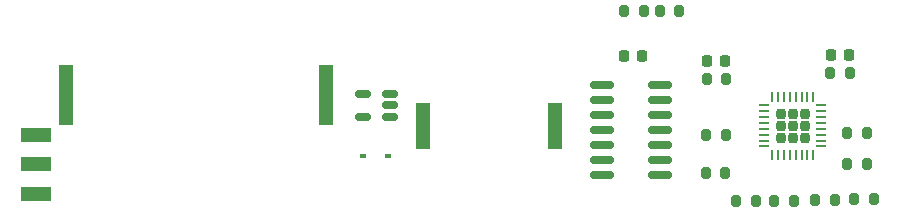
<source format=gbr>
%TF.GenerationSoftware,KiCad,Pcbnew,(5.99.0-10155-gdd944794ea)*%
%TF.CreationDate,2021-04-17T22:56:48+01:00*%
%TF.ProjectId,minor-cap,6d696e6f-722d-4636-9170-2e6b69636164,rev?*%
%TF.SameCoordinates,Original*%
%TF.FileFunction,Paste,Top*%
%TF.FilePolarity,Positive*%
%FSLAX46Y46*%
G04 Gerber Fmt 4.6, Leading zero omitted, Abs format (unit mm)*
G04 Created by KiCad (PCBNEW (5.99.0-10155-gdd944794ea)) date 2021-04-17 22:56:48*
%MOMM*%
%LPD*%
G01*
G04 APERTURE LIST*
G04 Aperture macros list*
%AMRoundRect*
0 Rectangle with rounded corners*
0 $1 Rounding radius*
0 $2 $3 $4 $5 $6 $7 $8 $9 X,Y pos of 4 corners*
0 Add a 4 corners polygon primitive as box body*
4,1,4,$2,$3,$4,$5,$6,$7,$8,$9,$2,$3,0*
0 Add four circle primitives for the rounded corners*
1,1,$1+$1,$2,$3*
1,1,$1+$1,$4,$5*
1,1,$1+$1,$6,$7*
1,1,$1+$1,$8,$9*
0 Add four rect primitives between the rounded corners*
20,1,$1+$1,$2,$3,$4,$5,0*
20,1,$1+$1,$4,$5,$6,$7,0*
20,1,$1+$1,$6,$7,$8,$9,0*
20,1,$1+$1,$8,$9,$2,$3,0*%
G04 Aperture macros list end*
%ADD10R,0.600000X0.450000*%
%ADD11RoundRect,0.200000X-0.200000X-0.275000X0.200000X-0.275000X0.200000X0.275000X-0.200000X0.275000X0*%
%ADD12RoundRect,0.200000X0.200000X0.275000X-0.200000X0.275000X-0.200000X-0.275000X0.200000X-0.275000X0*%
%ADD13RoundRect,0.225000X-0.225000X-0.250000X0.225000X-0.250000X0.225000X0.250000X-0.225000X0.250000X0*%
%ADD14R,1.200000X4.000000*%
%ADD15RoundRect,0.150000X0.512500X0.150000X-0.512500X0.150000X-0.512500X-0.150000X0.512500X-0.150000X0*%
%ADD16RoundRect,0.150000X-0.825000X-0.150000X0.825000X-0.150000X0.825000X0.150000X-0.825000X0.150000X0*%
%ADD17RoundRect,0.207500X-0.207500X-0.207500X0.207500X-0.207500X0.207500X0.207500X-0.207500X0.207500X0*%
%ADD18RoundRect,0.062500X-0.062500X-0.375000X0.062500X-0.375000X0.062500X0.375000X-0.062500X0.375000X0*%
%ADD19RoundRect,0.062500X-0.375000X-0.062500X0.375000X-0.062500X0.375000X0.062500X-0.375000X0.062500X0*%
%ADD20R,2.500000X1.250000*%
%ADD21R,1.270000X5.080000*%
G04 APERTURE END LIST*
D10*
%TO.C,D1*%
X137800000Y-101850000D03*
X139900000Y-101850000D03*
%TD*%
D11*
%TO.C,R12*%
X180425000Y-99930000D03*
X178775000Y-99930000D03*
%TD*%
%TO.C,R11*%
X177725000Y-105580000D03*
X176075000Y-105580000D03*
%TD*%
D12*
%TO.C,R10*%
X159875000Y-89600000D03*
X161525000Y-89600000D03*
%TD*%
%TO.C,R9*%
X162875000Y-89600000D03*
X164525000Y-89600000D03*
%TD*%
D11*
%TO.C,R8*%
X180425000Y-102530000D03*
X178775000Y-102530000D03*
%TD*%
%TO.C,R7*%
X181025000Y-105530000D03*
X179375000Y-105530000D03*
%TD*%
%TO.C,R6*%
X171025000Y-105730000D03*
X169375000Y-105730000D03*
%TD*%
%TO.C,R5*%
X174225000Y-105730000D03*
X172575000Y-105730000D03*
%TD*%
%TO.C,R4*%
X178975000Y-94860000D03*
X177325000Y-94860000D03*
%TD*%
%TO.C,R3*%
X168505000Y-95370000D03*
X166855000Y-95370000D03*
%TD*%
D12*
%TO.C,R2*%
X166775000Y-103330000D03*
X168425000Y-103330000D03*
%TD*%
D11*
%TO.C,R1*%
X168475000Y-100080000D03*
X166825000Y-100080000D03*
%TD*%
D13*
%TO.C,C3*%
X161425000Y-93450000D03*
X159875000Y-93450000D03*
%TD*%
%TO.C,C2*%
X178925000Y-93330000D03*
X177375000Y-93330000D03*
%TD*%
%TO.C,C1*%
X168405000Y-93870000D03*
X166855000Y-93870000D03*
%TD*%
D14*
%TO.C,BZ1*%
X154050000Y-99350000D03*
X142850000Y-99350000D03*
%TD*%
D15*
%TO.C,U6*%
X137762500Y-98550000D03*
X137762500Y-96650000D03*
X140037500Y-96650000D03*
X140037500Y-97600000D03*
X140037500Y-98550000D03*
%TD*%
D16*
%TO.C,U4*%
X162925000Y-95840000D03*
X162925000Y-97110000D03*
X162925000Y-98380000D03*
X162925000Y-99650000D03*
X162925000Y-100920000D03*
X162925000Y-102190000D03*
X162925000Y-103460000D03*
X157975000Y-103460000D03*
X157975000Y-102190000D03*
X157975000Y-100920000D03*
X157975000Y-99650000D03*
X157975000Y-98380000D03*
X157975000Y-97110000D03*
X157975000Y-95840000D03*
%TD*%
D17*
%TO.C,U1*%
X175180000Y-100360000D03*
X175180000Y-99330000D03*
X175180000Y-98300000D03*
X174150000Y-100360000D03*
X174150000Y-99330000D03*
X174150000Y-98300000D03*
X173120000Y-100360000D03*
X173120000Y-99330000D03*
X173120000Y-98300000D03*
D18*
X172400000Y-96892500D03*
X172900000Y-96892500D03*
X173400000Y-96892500D03*
X173900000Y-96892500D03*
X174400000Y-96892500D03*
X174900000Y-96892500D03*
X175400000Y-96892500D03*
X175900000Y-96892500D03*
D19*
X176587500Y-97580000D03*
X176587500Y-98080000D03*
X176587500Y-98580000D03*
X176587500Y-99080000D03*
X176587500Y-99580000D03*
X176587500Y-100080000D03*
X176587500Y-100580000D03*
X176587500Y-101080000D03*
D18*
X175900000Y-101767500D03*
X175400000Y-101767500D03*
X174900000Y-101767500D03*
X174400000Y-101767500D03*
X173900000Y-101767500D03*
X173400000Y-101767500D03*
X172900000Y-101767500D03*
X172400000Y-101767500D03*
D19*
X171712500Y-101080000D03*
X171712500Y-100580000D03*
X171712500Y-100080000D03*
X171712500Y-99580000D03*
X171712500Y-99080000D03*
X171712500Y-98580000D03*
X171712500Y-98080000D03*
X171712500Y-97580000D03*
%TD*%
D20*
%TO.C,SW1*%
X110100000Y-105100000D03*
X110100000Y-102600000D03*
X110100000Y-100100000D03*
%TD*%
D21*
%TO.C,BT1*%
X134635000Y-96750000D03*
X112665000Y-96750000D03*
%TD*%
M02*

</source>
